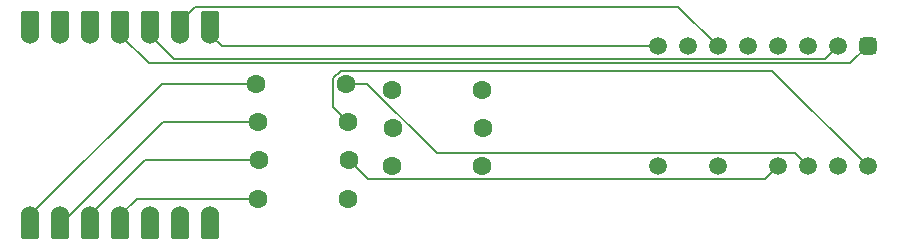
<source format=gbr>
%TF.GenerationSoftware,KiCad,Pcbnew,9.0.6*%
%TF.CreationDate,2026-01-12T08:11:23-05:00*%
%TF.ProjectId,clock,636c6f63-6b2e-46b6-9963-61645f706362,rev?*%
%TF.SameCoordinates,Original*%
%TF.FileFunction,Copper,L1,Top*%
%TF.FilePolarity,Positive*%
%FSLAX46Y46*%
G04 Gerber Fmt 4.6, Leading zero omitted, Abs format (unit mm)*
G04 Created by KiCad (PCBNEW 9.0.6) date 2026-01-12 08:11:23*
%MOMM*%
%LPD*%
G01*
G04 APERTURE LIST*
G04 Aperture macros list*
%AMRoundRect*
0 Rectangle with rounded corners*
0 $1 Rounding radius*
0 $2 $3 $4 $5 $6 $7 $8 $9 X,Y pos of 4 corners*
0 Add a 4 corners polygon primitive as box body*
4,1,4,$2,$3,$4,$5,$6,$7,$8,$9,$2,$3,0*
0 Add four circle primitives for the rounded corners*
1,1,$1+$1,$2,$3*
1,1,$1+$1,$4,$5*
1,1,$1+$1,$6,$7*
1,1,$1+$1,$8,$9*
0 Add four rect primitives between the rounded corners*
20,1,$1+$1,$2,$3,$4,$5,0*
20,1,$1+$1,$4,$5,$6,$7,0*
20,1,$1+$1,$6,$7,$8,$9,0*
20,1,$1+$1,$8,$9,$2,$3,0*%
G04 Aperture macros list end*
%TA.AperFunction,SMDPad,CuDef*%
%ADD10RoundRect,0.152400X-0.609600X1.063600X-0.609600X-1.063600X0.609600X-1.063600X0.609600X1.063600X0*%
%TD*%
%TA.AperFunction,ComponentPad*%
%ADD11C,1.524000*%
%TD*%
%TA.AperFunction,SMDPad,CuDef*%
%ADD12RoundRect,0.152400X0.609600X-1.063600X0.609600X1.063600X-0.609600X1.063600X-0.609600X-1.063600X0*%
%TD*%
%TA.AperFunction,ComponentPad*%
%ADD13C,1.600000*%
%TD*%
%TA.AperFunction,ComponentPad*%
%ADD14RoundRect,0.375000X-0.375000X0.375000X-0.375000X-0.375000X0.375000X-0.375000X0.375000X0.375000X0*%
%TD*%
%TA.AperFunction,ComponentPad*%
%ADD15C,1.500000*%
%TD*%
%TA.AperFunction,Conductor*%
%ADD16C,0.200000*%
%TD*%
G04 APERTURE END LIST*
D10*
%TO.P,U1,1,GPIO26/ADC0/A0*%
%TO.N,Net-(U1-GPIO26{slash}ADC0{slash}A0)*%
X85148500Y-123455000D03*
D11*
X85148500Y-122620000D03*
D10*
%TO.P,U1,2,GPIO27/ADC1/A1*%
%TO.N,Net-(U1-GPIO27{slash}ADC1{slash}A1)*%
X87688500Y-123455000D03*
D11*
X87688500Y-122620000D03*
D10*
%TO.P,U1,3,GPIO28/ADC2/A2*%
%TO.N,Net-(U1-GPIO28{slash}ADC2{slash}A2)*%
X90228500Y-123455000D03*
D11*
X90228500Y-122620000D03*
D10*
%TO.P,U1,4,GPIO29/ADC3/A3*%
%TO.N,Net-(U1-GPIO29{slash}ADC3{slash}A3)*%
X92768500Y-123455000D03*
D11*
X92768500Y-122620000D03*
D10*
%TO.P,U1,5,GPIO6/SDA*%
%TO.N,Net-(U1-GPIO6{slash}SDA)*%
X95308500Y-123455000D03*
D11*
X95308500Y-122620000D03*
D10*
%TO.P,U1,6,GPIO7/SCL*%
%TO.N,Net-(U1-GPIO7{slash}SCL)*%
X97848500Y-123455000D03*
D11*
X97848500Y-122620000D03*
D10*
%TO.P,U1,7,GPIO0/TX*%
%TO.N,Net-(U1-GPIO0{slash}TX)*%
X100388500Y-123455000D03*
D11*
X100388500Y-122620000D03*
%TO.P,U1,8,GPIO1/RX*%
%TO.N,Net-(U1-GPIO1{slash}RX)*%
X100388500Y-107380000D03*
D12*
X100388500Y-106545000D03*
D11*
%TO.P,U1,9,GPIO2/SCK*%
%TO.N,Net-(U1-GPIO2{slash}SCK)*%
X97848500Y-107380000D03*
D12*
X97848500Y-106545000D03*
D11*
%TO.P,U1,10,GPIO4/MISO*%
%TO.N,Net-(U1-GPIO4{slash}MISO)*%
X95308500Y-107380000D03*
D12*
X95308500Y-106545000D03*
D11*
%TO.P,U1,11,GPIO3/MOSI*%
%TO.N,Net-(U1-GPIO3{slash}MOSI)*%
X92768500Y-107380000D03*
D12*
X92768500Y-106545000D03*
D11*
%TO.P,U1,12,3V3*%
%TO.N,unconnected-(U1-3V3-Pad12)*%
X90228500Y-107380000D03*
D12*
X90228500Y-106545000D03*
D11*
%TO.P,U1,13,GND*%
%TO.N,unconnected-(U1-GND-Pad13)*%
X87688500Y-107380000D03*
D12*
X87688500Y-106545000D03*
D11*
%TO.P,U1,14,VBUS*%
%TO.N,unconnected-(U1-VBUS-Pad14)*%
X85148500Y-107380000D03*
D12*
X85148500Y-106545000D03*
%TD*%
D13*
%TO.P,R6,1*%
%TO.N,Net-(U1-GPIO7{slash}SCL)*%
X115880000Y-115250000D03*
%TO.P,R6,2*%
%TO.N,Net-(U2-F)*%
X123500000Y-115250000D03*
%TD*%
%TO.P,R5,1*%
%TO.N,Net-(U2-E)*%
X123370000Y-112000000D03*
%TO.P,R5,2*%
%TO.N,Net-(U1-GPIO6{slash}SDA)*%
X115750000Y-112000000D03*
%TD*%
%TO.P,R4,1*%
%TO.N,Net-(U1-GPIO29{slash}ADC3{slash}A3)*%
X104380000Y-121250000D03*
%TO.P,R4,2*%
%TO.N,Net-(U2-D)*%
X112000000Y-121250000D03*
%TD*%
D14*
%TO.P,U2,1,CA1*%
%TO.N,Net-(U1-GPIO3{slash}MOSI)*%
X156030000Y-108340000D03*
D15*
%TO.P,U2,2,CA2*%
%TO.N,Net-(U1-GPIO4{slash}MISO)*%
X153490000Y-108340000D03*
%TO.P,U2,3,D*%
%TO.N,Net-(U2-D)*%
X150950000Y-108340000D03*
%TO.P,U2,4,CAL*%
%TO.N,unconnected-(U2-CAL-Pad4)*%
X148410000Y-108340000D03*
%TO.P,U2,5,E*%
%TO.N,Net-(U2-E)*%
X145870000Y-108340000D03*
%TO.P,U2,6,CA3*%
%TO.N,Net-(U1-GPIO2{slash}SCK)*%
X143330000Y-108340000D03*
%TO.P,U2,7,DP*%
%TO.N,unconnected-(U2-DP-Pad7)*%
X140790000Y-108340000D03*
%TO.P,U2,8,CA4*%
%TO.N,Net-(U1-GPIO1{slash}RX)*%
X138250000Y-108340000D03*
%TO.P,U2,9,NC*%
%TO.N,unconnected-(U2-NC-Pad9)*%
X138250000Y-118500000D03*
%TO.P,U2,11,F*%
%TO.N,Net-(U2-F)*%
X143330000Y-118500000D03*
%TO.P,U2,13,C*%
%TO.N,Net-(U2-C)*%
X148410000Y-118500000D03*
%TO.P,U2,14,A*%
%TO.N,Net-(U2-A)*%
X150950000Y-118500000D03*
%TO.P,U2,15,G*%
%TO.N,Net-(U2-G)*%
X153490000Y-118500000D03*
%TO.P,U2,16,B*%
%TO.N,Net-(U2-B)*%
X156030000Y-118500000D03*
%TD*%
D13*
%TO.P,R7,1*%
%TO.N,Net-(U2-G)*%
X123370000Y-118500000D03*
%TO.P,R7,2*%
%TO.N,Net-(U1-GPIO0{slash}TX)*%
X115750000Y-118500000D03*
%TD*%
%TO.P,R1,1*%
%TO.N,Net-(U2-A)*%
X111870000Y-111500000D03*
%TO.P,R1,2*%
%TO.N,Net-(U1-GPIO26{slash}ADC0{slash}A0)*%
X104250000Y-111500000D03*
%TD*%
%TO.P,R3,1*%
%TO.N,Net-(U2-C)*%
X112120000Y-118000000D03*
%TO.P,R3,2*%
%TO.N,Net-(U1-GPIO28{slash}ADC2{slash}A2)*%
X104500000Y-118000000D03*
%TD*%
%TO.P,R2,1*%
%TO.N,Net-(U2-B)*%
X112000000Y-114750000D03*
%TO.P,R2,2*%
%TO.N,Net-(U1-GPIO27{slash}ADC1{slash}A1)*%
X104380000Y-114750000D03*
%TD*%
D16*
%TO.N,Net-(U2-A)*%
X149849000Y-117399000D02*
X150950000Y-118500000D01*
X111870000Y-111500000D02*
X113687050Y-111500000D01*
X119586050Y-117399000D02*
X149849000Y-117399000D01*
X113687050Y-111500000D02*
X119586050Y-117399000D01*
%TO.N,Net-(U1-GPIO26{slash}ADC0{slash}A0)*%
X96268500Y-111500000D02*
X85148500Y-122620000D01*
X104250000Y-111500000D02*
X96268500Y-111500000D01*
%TO.N,Net-(U1-GPIO27{slash}ADC1{slash}A1)*%
X96393500Y-114750000D02*
X104380000Y-114750000D01*
X87688500Y-123455000D02*
X96393500Y-114750000D01*
%TO.N,Net-(U2-B)*%
X112000000Y-114750000D02*
X110769000Y-113519000D01*
X110769000Y-113519000D02*
X110769000Y-111043950D01*
X110769000Y-111043950D02*
X111413950Y-110399000D01*
X111413950Y-110399000D02*
X147929000Y-110399000D01*
X147929000Y-110399000D02*
X156030000Y-118500000D01*
%TO.N,Net-(U1-GPIO28{slash}ADC2{slash}A2)*%
X90228500Y-122620000D02*
X94848500Y-118000000D01*
X94848500Y-118000000D02*
X104500000Y-118000000D01*
%TO.N,Net-(U2-C)*%
X112120000Y-118000000D02*
X113721000Y-119601000D01*
X113721000Y-119601000D02*
X147309000Y-119601000D01*
X147309000Y-119601000D02*
X148410000Y-118500000D01*
%TO.N,Net-(U1-GPIO29{slash}ADC3{slash}A3)*%
X104380000Y-121250000D02*
X94138500Y-121250000D01*
X94138500Y-121250000D02*
X92768500Y-122620000D01*
%TO.N,Net-(U1-GPIO2{slash}SCK)*%
X97848500Y-107380000D02*
X97848500Y-106302370D01*
X140018000Y-105028000D02*
X143330000Y-108340000D01*
X99122870Y-105028000D02*
X140018000Y-105028000D01*
X97848500Y-106302370D02*
X99122870Y-105028000D01*
%TO.N,Net-(U1-GPIO3{slash}MOSI)*%
X92768500Y-107380000D02*
X95180500Y-109792000D01*
X154578000Y-109792000D02*
X156030000Y-108340000D01*
X95180500Y-109792000D02*
X154578000Y-109792000D01*
%TO.N,Net-(U1-GPIO4{slash}MISO)*%
X97319500Y-109391000D02*
X152439000Y-109391000D01*
X95308500Y-107380000D02*
X97319500Y-109391000D01*
X152439000Y-109391000D02*
X153490000Y-108340000D01*
%TO.N,Net-(U1-GPIO1{slash}RX)*%
X138250000Y-108340000D02*
X101348500Y-108340000D01*
X101348500Y-108340000D02*
X100388500Y-107380000D01*
%TD*%
M02*

</source>
